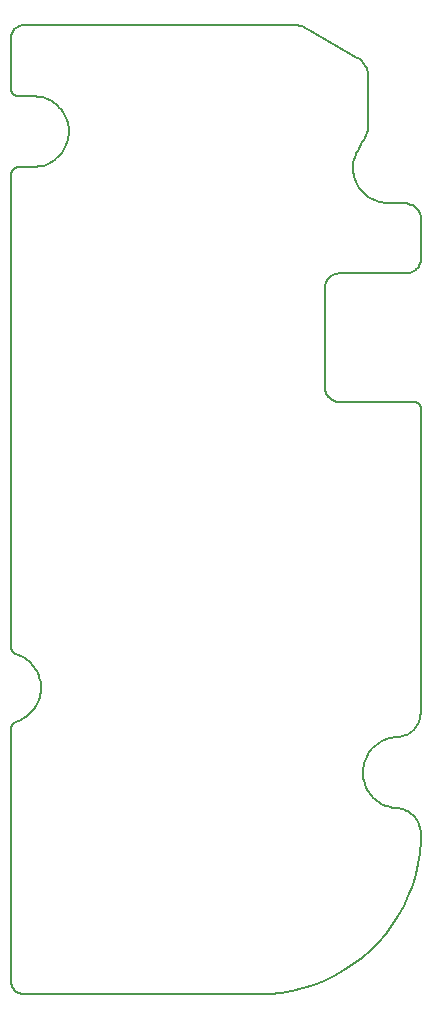
<source format=gko>
%FSTAX23Y23*%
%MOIN*%
%SFA1B1*%

%IPPOS*%
%ADD13C,0.005900*%
%LNright_board-1*%
%LPD*%
G54D13*
X02448Y01216D02*
D01*
X02448Y01214*
X02448Y01211*
X02449Y01208*
X0245Y01206*
X02451Y01203*
X02452Y01201*
X02453Y01198*
X02455Y01196*
X02456Y01194*
X02458Y01192*
X0246Y0119*
X02462Y01188*
X02464Y01186*
X02467Y01185*
X02469Y01183*
X02472Y01182*
X02474Y01181*
X02477Y01181*
X02479Y0118*
X02482Y0118*
X02485Y01179*
X02485Y01179*
X02466Y02087D02*
D01*
X02464Y02086*
X02462Y02086*
X02461Y02085*
X02459Y02084*
X02458Y02083*
X02457Y02083*
X02455Y02081*
X02454Y0208*
X02453Y02079*
X02452Y02078*
X02451Y02076*
X0245Y02075*
X0245Y02073*
X02449Y02072*
X02448Y0207*
X02448Y02069*
X02448Y02067*
X02448Y02065*
X02448Y02065*
X02466Y02087D02*
D01*
X02473Y0209*
X02481Y02093*
X02488Y02097*
X02495Y02102*
X02502Y02107*
X02508Y02112*
X02514Y02118*
X02519Y02124*
X02524Y0213*
X02529Y02137*
X02533Y02145*
X02536Y02152*
X02539Y0216*
X02542Y02168*
X02544Y02176*
X02545Y02184*
X02546Y02192*
X02546Y022*
X02546Y02208*
X02545Y02217*
X02543Y02225*
X02541Y02233*
X02539Y0224*
X02535Y02248*
X02532Y02255*
X02527Y02263*
X02523Y02269*
X02518Y02276*
X02512Y02282*
X02506Y02288*
X025Y02293*
X02493Y02298*
X02486Y02302*
X02479Y02306*
X02471Y02309*
X02464Y02311*
X02448Y02333D02*
D01*
X02448Y02331*
X02448Y0233*
X02448Y02328*
X02449Y02326*
X02449Y02325*
X0245Y02323*
X02451Y02322*
X02452Y0232*
X02453Y02319*
X02454Y02318*
X02455Y02317*
X02456Y02316*
X02458Y02315*
X02459Y02314*
X02461Y02313*
X02462Y02312*
X02464Y02312*
X02464Y02312*
X0247Y03935D02*
D01*
X02468Y03935*
X02467Y03935*
X02465Y03934*
X02463Y03934*
X02462Y03933*
X0246Y03933*
X02459Y03932*
X02458Y03931*
X02456Y0393*
X02455Y03929*
X02454Y03928*
X02453Y03926*
X02452Y03925*
X02451Y03924*
X0245Y03922*
X02449Y03921*
X02449Y03919*
X02448Y03917*
X02448Y03916*
X02448Y03914*
X02447Y03912*
X02448Y03912*
X02522Y03935D02*
D01*
X02531Y03936*
X02539Y03937*
X02547Y03938*
X02555Y0394*
X02563Y03943*
X0257Y03946*
X02578Y0395*
X02585Y03954*
X02592Y03958*
X02598Y03964*
X02604Y03969*
X0261Y03975*
X02615Y03981*
X0262Y03988*
X02624Y03995*
X02628Y04003*
X02631Y0401*
X02634Y04018*
X02636Y04026*
X02638Y04034*
X02639Y04042*
X02639Y0405*
X02639Y04059*
X02639Y04067*
X02637Y04075*
X02636Y04083*
X02633Y04091*
X0263Y04099*
X02627Y04106*
X02623Y04113*
X02619Y0412*
X02614Y04127*
X02608Y04133*
X02603Y04139*
X02596Y04144*
X0259Y04149*
X02583Y04154*
X02576Y04158*
X02568Y04162*
X02561Y04165*
X02553Y04167*
X02545Y04169*
X02537Y0417*
X02528Y04171*
X02521Y04171*
X02448Y04194D02*
D01*
X02448Y04192*
X02448Y04191*
X02448Y04189*
X02449Y04187*
X02449Y04186*
X0245Y04184*
X02451Y04183*
X02452Y04181*
X02453Y0418*
X02454Y04179*
X02455Y04178*
X02456Y04177*
X02458Y04176*
X02459Y04175*
X02461Y04174*
X02462Y04173*
X02464Y04173*
X02465Y04172*
X02467Y04172*
X02468Y04172*
X0247Y04171*
X0247Y04171*
X02485Y04408D02*
D01*
X02482Y04407*
X02479Y04407*
X02477Y04406*
X02474Y04405*
X02471Y04404*
X02469Y04403*
X02467Y04402*
X02464Y044*
X02462Y04399*
X0246Y04397*
X02458Y04395*
X02456Y04393*
X02455Y04391*
X02453Y04388*
X02452Y04386*
X02451Y04384*
X0245Y04381*
X02449Y04378*
X02448Y04376*
X02448Y04373*
X02448Y0437*
X02448Y0437*
X0344Y04393D02*
D01*
X03434Y04396*
X03428Y04399*
X03422Y04402*
X03415Y04404*
X03408Y04406*
X03402Y04407*
X03395Y04408*
X03388Y04408*
X03381Y04408*
X03379Y04408*
X03638Y04231D02*
D01*
X03638Y04237*
X03637Y04242*
X03637Y04248*
X03635Y04253*
X03634Y04258*
X03632Y04264*
X0363Y04269*
X03627Y04273*
X03624Y04278*
X03621Y04283*
X03617Y04287*
X03613Y04291*
X03609Y04294*
X03604Y04298*
X03601Y043*
X03617Y04017D02*
D01*
X03622Y04025*
X03626Y04033*
X03629Y04041*
X03632Y0405*
X03635Y04059*
X03636Y04068*
X03637Y04077*
X03638Y04086*
X03638Y04089*
X03602Y0399D02*
D01*
X03598Y03983*
X03595Y03975*
X03592Y03967*
X0359Y03959*
X03588Y03951*
X03587Y03943*
X03587Y03935*
X03587Y03926*
X03588Y03918*
X03589Y0391*
X03591Y03902*
X03593Y03894*
X03596Y03886*
X036Y03879*
X03604Y03872*
X03608Y03865*
X03613Y03858*
X03619Y03852*
X03625Y03846*
X03631Y03841*
X03637Y03836*
X03644Y03831*
X03651Y03827*
X03659Y03824*
X03667Y03821*
X03674Y03819*
X03683Y03817*
X03691Y03815*
X03699Y03815*
X03707Y03814*
X03708Y03815*
X03814Y03758D02*
D01*
X03814Y03762*
X03813Y03766*
X03812Y0377*
X03812Y03773*
X0381Y03777*
X03809Y03781*
X03807Y03784*
X03805Y03788*
X03803Y03791*
X038Y03794*
X03798Y03797*
X03795Y038*
X03792Y03802*
X03789Y03805*
X03785Y03807*
X03782Y03809*
X03778Y0381*
X03775Y03812*
X03771Y03813*
X03767Y03814*
X03763Y03814*
X03759Y03814*
X03757Y03814*
X03763Y03581D02*
D01*
X03767Y03581*
X0377Y03582*
X03774Y03582*
X03777Y03583*
X03781Y03584*
X03784Y03585*
X03787Y03587*
X0379Y03589*
X03793Y03591*
X03796Y03593*
X03798Y03595*
X03801Y03598*
X03803Y036*
X03805Y03603*
X03807Y03606*
X03808Y03609*
X0381Y03612*
X03811Y03616*
X03812Y03619*
X03813Y03622*
X03813Y03626*
X03813Y03629*
X03813Y03631*
X03543Y03581D02*
D01*
X03539Y03581*
X03536Y03581*
X03532Y0358*
X03529Y03579*
X03525Y03578*
X03522Y03577*
X03519Y03575*
X03516Y03574*
X03513Y03572*
X0351Y03569*
X03508Y03567*
X03505Y03565*
X03503Y03562*
X03501Y03559*
X03499Y03556*
X03498Y03553*
X03496Y0355*
X03495Y03547*
X03494Y03543*
X03493Y0354*
X03493Y03536*
X03493Y03533*
X03493Y03531*
Y03202D02*
D01*
X03493Y03198*
X03493Y03195*
X03494Y03191*
X03494Y03188*
X03496Y03185*
X03497Y03181*
X03498Y03178*
X035Y03175*
X03502Y03172*
X03504Y0317*
X03507Y03167*
X03509Y03165*
X03512Y03162*
X03515Y0316*
X03518Y03158*
X03521Y03157*
X03524Y03155*
X03527Y03154*
X0353Y03153*
X03534Y03153*
X03537Y03152*
X03541Y03152*
X03543Y03152*
X03813Y03129D02*
D01*
X03813Y03131*
X03813Y03132*
X03813Y03134*
X03812Y03136*
X03812Y03137*
X03811Y03139*
X03811Y0314*
X0381Y03141*
X03809Y03143*
X03808Y03144*
X03807Y03145*
X03806Y03146*
X03805Y03147*
X03803Y03148*
X03802Y03149*
X038Y0315*
X03799Y0315*
X03798Y03151*
X03796Y03151*
X03794Y03151*
X03793Y03152*
X03791Y03152*
X03791Y03152*
X03273Y01179D02*
D01*
X0331Y0118*
X03347Y01183*
X03384Y01189*
X0342Y01198*
X03455Y01209*
X0349Y01222*
X03524Y01238*
X03556Y01257*
X03587Y01277*
X03617Y01299*
X03645Y01324*
X03671Y0135*
X03696Y01379*
X03718Y01408*
X03738Y0144*
X03756Y01472*
X03771Y01506*
X03785Y01541*
X03795Y01577*
X03804Y01613*
X03809Y0165*
X03812Y01687*
X03813Y0171*
X03731Y02035D02*
D01*
X03737Y02035*
X03743Y02036*
X03749Y02037*
X03754Y02039*
X0376Y02041*
X03765Y02043*
X0377Y02046*
X03775Y02049*
X0378Y02052*
X03784Y02056*
X03789Y0206*
X03793Y02065*
X03796Y02069*
X03799Y02074*
X03802Y02079*
X03805Y02085*
X03807Y0209*
X03809Y02096*
X0381Y02101*
X03811Y02107*
X03812Y02113*
X03812Y02118*
X03731Y02035D02*
D01*
X03723Y02034*
X03715Y02033*
X03707Y02031*
X03699Y02028*
X03691Y02025*
X03684Y02022*
X03677Y02018*
X0367Y02013*
X03663Y02008*
X03657Y02003*
X03651Y01997*
X03646Y01991*
X03641Y01984*
X03636Y01977*
X03632Y0197*
X03629Y01963*
X03626Y01955*
X03624Y01947*
X03622Y01939*
X0362Y01931*
X0362Y01923*
X0362Y01915*
X0362Y01906*
X03621Y01898*
X03623Y0189*
X03625Y01882*
X03627Y01874*
X03631Y01867*
X03634Y01859*
X03639Y01852*
X03643Y01846*
X03649Y01839*
X03654Y01833*
X0366Y01828*
X03667Y01822*
X03673Y01818*
X0368Y01813*
X03688Y0181*
X03695Y01806*
X03703Y01804*
X03711Y01802*
X03719Y018*
X03727Y01799*
X03731Y01799*
X03813Y0171D02*
D01*
X03813Y01716*
X03812Y01722*
X03811Y01728*
X0381Y01734*
X03808Y0174*
X03806Y01746*
X03803Y01751*
X038Y01757*
X03797Y01762*
X03793Y01767*
X03789Y01771*
X03785Y01776*
X0378Y0178*
X03775Y01783*
X0377Y01787*
X03764Y0179*
X03759Y01792*
X03753Y01794*
X03747Y01796*
X03741Y01797*
X03735Y01798*
X03731Y01799*
X02485Y01179D02*
X03273D01*
X02448Y01217D02*
Y02065D01*
X02448Y02333D02*
Y03912D01*
X0247Y03935D02*
X02522D01*
X0247Y04171D02*
X02521D01*
X02448Y04194D02*
Y0437D01*
X02485Y04408D02*
X03285D01*
X03379*
X0344Y04393D02*
X03601Y043D01*
X03638Y04089D02*
Y04231D01*
X03602Y0399D02*
X03617Y04017D01*
X03708Y03814D02*
X03757D01*
X03813Y03631D02*
X03814Y03758D01*
X03543Y03581D02*
X03763D01*
X03493Y03202D02*
Y03531D01*
X03543Y03152D02*
X03791D01*
X03812Y02118D02*
X03813Y03129D01*
M02*
</source>
